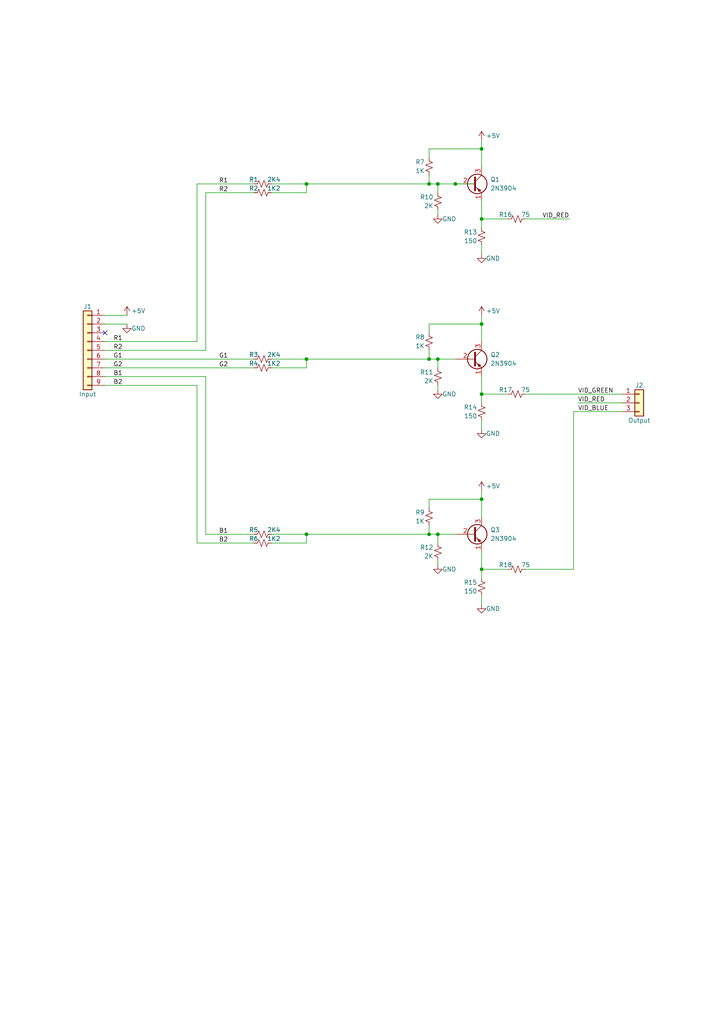
<source format=kicad_sch>
(kicad_sch (version 20230121) (generator eeschema)
  (paper "A4" portrait)
  (title_block (title "Color DAC remake for Thomson MO5") (date "2025-09-01") (rev "v1.1.0") (company "Sporniket") (comment 3 "https://github.com/sporniket/thomson-mo5--rgb-dac-replacement") (comment 4 "Original repository :"))
  (lib_symbols
    (symbol "Connector_Generic:Conn_01x03" (pin_names (offset 1.016) hide)
      (property "Reference" "J" (at 0 5.08 0))
      (property "Value" "Conn_01x03" (at 0 -5.08 0))
      (symbol "Conn_01x03_1_1"
        (rectangle (start -1.27 -2.413) (end 0 -2.667) (stroke (width 0.1524)))
        (rectangle (start -1.27 0.127) (end 0 -0.127) (stroke (width 0.1524)))
        (rectangle (start -1.27 2.667) (end 0 2.413) (stroke (width 0.1524)))
        (rectangle (start -1.27 3.81) (end 1.27 -3.81) (stroke (width 0.254)) (fill (type background)))
        (pin passive line (at -5.08 2.54 0) (length 3.81) (name "Pin_1") (number "1"))
        (pin passive line (at -5.08 0 0) (length 3.81) (name "Pin_2") (number "2"))
        (pin passive line (at -5.08 -2.54 0) (length 3.81) (name "Pin_3") (number "3"))
      )
    )
    (symbol "Connector_Generic:Conn_01x09" (pin_names (offset 1.016) hide)
      (property "Reference" "J" (at 0 12.7 0))
      (property "Value" "Conn_01x09" (at 0 -12.7 0))
      (symbol "Conn_01x09_1_1"
        (rectangle (start -1.27 -10.033) (end 0 -10.287) (stroke (width 0.1524)))
        (rectangle (start -1.27 -7.493) (end 0 -7.747) (stroke (width 0.1524)))
        (rectangle (start -1.27 -4.953) (end 0 -5.207) (stroke (width 0.1524)))
        (rectangle (start -1.27 -2.413) (end 0 -2.667) (stroke (width 0.1524)))
        (rectangle (start -1.27 0.127) (end 0 -0.127) (stroke (width 0.1524)))
        (rectangle (start -1.27 2.667) (end 0 2.413) (stroke (width 0.1524)))
        (rectangle (start -1.27 5.207) (end 0 4.953) (stroke (width 0.1524)))
        (rectangle (start -1.27 7.747) (end 0 7.493) (stroke (width 0.1524)))
        (rectangle (start -1.27 10.287) (end 0 10.033) (stroke (width 0.1524)))
        (rectangle (start -1.27 11.43) (end 1.27 -11.43) (stroke (width 0.254)) (fill (type background)))
        (pin passive line (at -5.08 10.16 0) (length 3.81) (name "Pin_1") (number "1"))
        (pin passive line (at -5.08 7.62 0) (length 3.81) (name "Pin_2") (number "2"))
        (pin passive line (at -5.08 5.08 0) (length 3.81) (name "Pin_3") (number "3"))
        (pin passive line (at -5.08 2.54 0) (length 3.81) (name "Pin_4") (number "4"))
        (pin passive line (at -5.08 0 0) (length 3.81) (name "Pin_5") (number "5"))
        (pin passive line (at -5.08 -2.54 0) (length 3.81) (name "Pin_6") (number "6"))
        (pin passive line (at -5.08 -5.08 0) (length 3.81) (name "Pin_7") (number "7"))
        (pin passive line (at -5.08 -7.62 0) (length 3.81) (name "Pin_8") (number "8"))
        (pin passive line (at -5.08 -10.16 0) (length 3.81) (name "Pin_9") (number "9"))
      )
    )
    (symbol "Device:Q_PNP_EBC" (pin_names (offset 0) hide)
      (property "Reference" "Q" (at 5.08 1.27 0))
      (property "Value" "Q_PNP_EBC" (at 5.08 -1.27 0))
      (symbol "Q_PNP_EBC_0_1"
        (polyline (pts (xy 0.635 0.635) (xy 2.54 2.54)))
        (polyline (pts (xy 0.635 -0.635) (xy 2.54 -2.54) (xy 2.54 -2.54)))
        (polyline (pts (xy 0.635 1.905) (xy 0.635 -1.905) (xy 0.635 -1.905)) (stroke (width 0.508)))
        (polyline (pts (xy 2.286 -1.778) (xy 1.778 -2.286) (xy 1.27 -1.27) (xy 2.286 -1.778) (xy 2.286 -1.778)) (fill (type outline)))
        (circle (center 1.27 0) (radius 2.8194) (stroke (width 0.254)))
      )
      (symbol "Q_PNP_EBC_1_1"
        (pin passive line (at 2.54 -5.08 90) (length 2.54) (name "E") (number "1"))
        (pin input line (at -5.08 0 0) (length 5.715) (name "B") (number "2"))
        (pin passive line (at 2.54 5.08 270) (length 2.54) (name "C") (number "3"))
      )
    )
    (symbol "Device:R_Small_US" (pin_numbers hide) (pin_names (offset 0.254) hide)
      (property "Reference" "R" (at 0.762 0.508 0))
      (property "Value" "R_Small_US" (at 0.762 -1.016 0))
      (symbol "R_Small_US_1_1"
        (polyline (pts (xy 0 0) (xy 1.016 -0.381) (xy 0 -0.762) (xy -1.016 -1.143) (xy 0 -1.524)))
        (polyline (pts (xy 0 1.524) (xy 1.016 1.143) (xy 0 0.762) (xy -1.016 0.381) (xy 0 0)))
        (pin passive line (at 0 2.54 270) (length 1.016) (name "~") (number "1"))
        (pin passive line (at 0 -2.54 90) (length 1.016) (name "~") (number "2"))
      )
    )
    (symbol "power:+5V" (power) (pin_names (offset 0))
      (property "Value" "+5V" (at 0 3.556 0))
      (symbol "+5V_0_1"
        (polyline (pts (xy -0.762 1.27) (xy 0 2.54)))
        (polyline (pts (xy 0 0) (xy 0 2.54)))
        (polyline (pts (xy 0 2.54) (xy 0.762 1.27)))
      )
      (symbol "+5V_1_1"
        (pin power_in line (at 0 0 90) (length 0) hide (name "+5V") (number "1"))
      )
    )
    (symbol "power:GND" (power) (pin_names (offset 0))
      (property "Value" "GND" (at 0 -3.81 0))
      (symbol "GND_0_1"
        (polyline (pts (xy 0 0) (xy 0 -1.27) (xy 1.27 -1.27) (xy 0 -2.54) (xy -1.27 -1.27) (xy 0 -1.27)))
      )
      (symbol "GND_1_1"
        (pin power_in line (at 0 0 270) (length 0) hide (name "GND") (number "1"))
      )
    )
  )
  (junction (at 88.9 104.14))
  (junction (at 124.46 104.14))
  (junction (at 132.08 53.34))
  (junction (at 88.9 154.94))
  (junction (at 139.7 165.1))
  (junction (at 139.7 114.3))
  (junction (at 127 104.14))
  (junction (at 127 53.34))
  (junction (at 139.7 93.98))
  (junction (at 139.7 63.5))
  (junction (at 124.46 154.94))
  (junction (at 139.7 43.18))
  (junction (at 127 154.94))
  (junction (at 88.9 53.34))
  (junction (at 139.7 144.78))
  (junction (at 124.46 53.34))
  (no_connect (at 30.48 96.52))
  (wire (pts (xy 78.74 104.14) (xy 88.9 104.14)))
  (wire (pts (xy 127 53.34) (xy 127 55.88)))
  (wire (pts (xy 78.74 53.34) (xy 88.9 53.34)))
  (wire (pts (xy 127 53.34) (xy 132.08 53.34)))
  (wire (pts (xy 139.7 144.78) (xy 139.7 149.86)))
  (wire (pts (xy 59.69 55.88) (xy 73.66 55.88)))
  (wire (pts (xy 30.48 99.06) (xy 57.15 99.06)))
  (wire (pts (xy 30.48 106.68) (xy 73.66 106.68)))
  (wire (pts (xy 139.7 63.5) (xy 139.7 66.04)))
  (wire (pts (xy 124.46 147.32) (xy 124.46 144.78)))
  (wire (pts (xy 30.48 93.98) (xy 36.83 93.98)))
  (wire (pts (xy 124.46 45.72) (xy 124.46 43.18)))
  (wire (pts (xy 139.7 43.18) (xy 139.7 48.26)))
  (wire (pts (xy 132.08 53.34) (xy 137.16 53.34)))
  (wire (pts (xy 139.7 40.64) (xy 139.7 43.18)))
  (wire (pts (xy 78.74 106.68) (xy 88.9 106.68)))
  (wire (pts (xy 127 154.94) (xy 132.08 154.94)))
  (wire (pts (xy 127 104.14) (xy 127 106.68)))
  (wire (pts (xy 59.69 154.94) (xy 59.69 109.22)))
  (wire (pts (xy 127 162.56) (xy 127 163.83)))
  (wire (pts (xy 78.74 55.88) (xy 88.9 55.88)))
  (wire (pts (xy 59.69 55.88) (xy 59.69 101.6)))
  (wire (pts (xy 88.9 154.94) (xy 88.9 157.48)))
  (wire (pts (xy 127 60.96) (xy 127 62.23)))
  (wire (pts (xy 124.46 43.18) (xy 139.7 43.18)))
  (wire (pts (xy 57.15 53.34) (xy 57.15 99.06)))
  (wire (pts (xy 139.7 121.92) (xy 139.7 124.46)))
  (wire (pts (xy 124.46 144.78) (xy 139.7 144.78)))
  (wire (pts (xy 139.7 165.1) (xy 147.32 165.1)))
  (wire (pts (xy 152.4 63.5) (xy 165.1 63.5)))
  (wire (pts (xy 124.46 104.14) (xy 127 104.14)))
  (wire (pts (xy 59.69 154.94) (xy 73.66 154.94)))
  (wire (pts (xy 139.7 109.22) (xy 139.7 114.3)))
  (wire (pts (xy 127 104.14) (xy 132.08 104.14)))
  (wire (pts (xy 57.15 157.48) (xy 57.15 111.76)))
  (wire (pts (xy 127 111.76) (xy 127 113.03)))
  (wire (pts (xy 139.7 160.02) (xy 139.7 165.1)))
  (wire (pts (xy 167.64 116.84) (xy 180.34 116.84)))
  (wire (pts (xy 124.46 50.8) (xy 124.46 53.34)))
  (wire (pts (xy 124.46 53.34) (xy 127 53.34)))
  (wire (pts (xy 139.7 71.12) (xy 139.7 73.66)))
  (wire (pts (xy 88.9 104.14) (xy 124.46 104.14)))
  (wire (pts (xy 139.7 114.3) (xy 147.32 114.3)))
  (wire (pts (xy 124.46 154.94) (xy 127 154.94)))
  (wire (pts (xy 78.74 154.94) (xy 88.9 154.94)))
  (wire (pts (xy 30.48 109.22) (xy 59.69 109.22)))
  (wire (pts (xy 124.46 93.98) (xy 139.7 93.98)))
  (wire (pts (xy 139.7 114.3) (xy 139.7 116.84)))
  (wire (pts (xy 30.48 104.14) (xy 73.66 104.14)))
  (wire (pts (xy 166.37 119.38) (xy 180.34 119.38)))
  (wire (pts (xy 139.7 172.72) (xy 139.7 175.26)))
  (wire (pts (xy 78.74 157.48) (xy 88.9 157.48)))
  (wire (pts (xy 152.4 114.3) (xy 180.34 114.3)))
  (wire (pts (xy 57.15 157.48) (xy 73.66 157.48)))
  (wire (pts (xy 57.15 53.34) (xy 73.66 53.34)))
  (wire (pts (xy 139.7 165.1) (xy 139.7 167.64)))
  (wire (pts (xy 88.9 106.68) (xy 88.9 104.14)))
  (wire (pts (xy 30.48 111.76) (xy 57.15 111.76)))
  (wire (pts (xy 88.9 55.88) (xy 88.9 53.34)))
  (wire (pts (xy 139.7 93.98) (xy 139.7 99.06)))
  (wire (pts (xy 166.37 165.1) (xy 166.37 119.38)))
  (wire (pts (xy 127 154.94) (xy 127 157.48)))
  (wire (pts (xy 88.9 53.34) (xy 124.46 53.34)))
  (wire (pts (xy 30.48 101.6) (xy 59.69 101.6)))
  (wire (pts (xy 88.9 154.94) (xy 124.46 154.94)))
  (wire (pts (xy 139.7 58.42) (xy 139.7 63.5)))
  (wire (pts (xy 139.7 91.44) (xy 139.7 93.98)))
  (wire (pts (xy 124.46 101.6) (xy 124.46 104.14)))
  (wire (pts (xy 124.46 96.52) (xy 124.46 93.98)))
  (wire (pts (xy 30.48 91.44) (xy 36.83 91.44)))
  (wire (pts (xy 124.46 152.4) (xy 124.46 154.94)))
  (wire (pts (xy 152.4 165.1) (xy 166.37 165.1)))
  (wire (pts (xy 139.7 142.24) (xy 139.7 144.78)))
  (wire (pts (xy 139.7 63.5) (xy 147.32 63.5)))
  (label "G2" (at 35.56 106.68 180))
  (label "B2" (at 63.5 157.48 0))
  (label "R1" (at 35.56 99.06 180))
  (label "VID_GREEN" (at 167.64 114.3 0))
  (label "VID_RED" (at 167.64 116.84 0))
  (label "VID_RED" (at 165.1 63.5 180))
  (label "B1" (at 35.56 109.22 180))
  (label "R2" (at 35.56 101.6 180))
  (label "G1" (at 63.5 104.14 0))
  (label "B2" (at 35.56 111.76 180))
  (label "R2" (at 63.5 55.88 0))
  (label "VID_BLUE" (at 167.64 119.38 0))
  (label "B1" (at 63.5 154.94 0))
  (label "R1" (at 63.5 53.34 0))
  (label "G2" (at 63.5 106.68 0))
  (label "G1" (at 35.56 104.14 180))
  (symbol (lib_id "Device:Q_PNP_EBC") (at 137.16 53.34 0) (unit 1)
    (property "Reference" "Q1" (at 142.24 52.07 0) (effects (justify left)))
    (property "Value" "2N3904" (at 142.24 54.61 0) (effects (justify left)))
    (property "Footprint" "Package_TO_SOT_THT:TO-92_Inline_Wide" (effects hide))
  )
  (symbol (lib_id "Device:R_Small_US") (at 149.86 114.3 90) (unit 1)
    (property "Reference" "R17" (at 148.59 113.03 90) (effects (justify left)))
    (property "Value" "75" (at 151.13 113.03 90) (effects (justify right)))
    (property "Footprint" "commons-passives_THT:Passive_THT_resistor_W2.54mm_L12.70mm" (effects hide))
  )
  (symbol (lib_id "power:+5V") (at 139.7 142.24 0) (unit 1)
    (property "Reference" "#PWR010" (effects hide))
    (property "Value" "+5V" (at 140.97 140.97 0) (effects (justify left)))
  )
  (symbol (lib_id "Device:R_Small_US") (at 139.7 119.38 180) (unit 1)
    (property "Reference" "R14" (at 138.43 118.11 0) (effects (justify left)))
    (property "Value" "150" (at 138.43 120.65 0) (effects (justify left)))
    (property "Footprint" "commons-passives_THT:Passive_THT_resistor_W2.54mm_L12.70mm" (effects hide))
  )
  (symbol (lib_id "power:GND") (at 127 62.23 0) (unit 1)
    (property "Reference" "#PWR03" (effects hide))
    (property "Value" "GND" (at 128.27 63.5 0) (effects (justify left)))
  )
  (symbol (lib_id "Device:Q_PNP_EBC") (at 137.16 154.94 0) (unit 1)
    (property "Reference" "Q3" (at 142.24 153.67 0) (effects (justify left)))
    (property "Value" "2N3904" (at 142.24 156.21 0) (effects (justify left)))
    (property "Footprint" "Package_TO_SOT_THT:TO-92_Inline_Wide" (effects hide))
  )
  (symbol (lib_id "Device:R_Small_US") (at 124.46 99.06 180) (unit 1)
    (property "Reference" "R8" (at 123.19 97.79 0) (effects (justify left)))
    (property "Value" "1K" (at 123.19 100.33 0) (effects (justify left)))
    (property "Footprint" "commons-passives_THT:Passive_THT_resistor_W2.54mm_L12.70mm" (effects hide))
  )
  (symbol (lib_id "power:+5V") (at 139.7 40.64 0) (unit 1)
    (property "Reference" "#PWR06" (effects hide))
    (property "Value" "+5V" (at 140.97 39.37 0) (effects (justify left)))
  )
  (symbol (lib_id "Device:R_Small_US") (at 124.46 48.26 180) (unit 1)
    (property "Reference" "R7" (at 123.19 46.99 0) (effects (justify left)))
    (property "Value" "1K" (at 123.19 49.53 0) (effects (justify left)))
    (property "Footprint" "commons-passives_THT:Passive_THT_resistor_W2.54mm_L12.70mm" (effects hide))
  )
  (symbol (lib_id "Device:R_Small_US") (at 124.46 149.86 180) (unit 1)
    (property "Reference" "R9" (at 123.19 148.59 0) (effects (justify left)))
    (property "Value" "1K" (at 123.19 151.13 0) (effects (justify left)))
    (property "Footprint" "commons-passives_THT:Passive_THT_resistor_W2.54mm_L12.70mm" (effects hide))
  )
  (symbol (lib_id "Device:R_Small_US") (at 127 58.42 180) (unit 1)
    (property "Reference" "R10" (at 125.73 57.15 0) (effects (justify left)))
    (property "Value" "2K" (at 125.73 59.69 0) (effects (justify left)))
    (property "Footprint" "commons-passives_THT:Passive_THT_resistor_W2.54mm_L12.70mm" (effects hide))
  )
  (symbol (lib_id "Device:R_Small_US") (at 149.86 165.1 90) (unit 1)
    (property "Reference" "R18" (at 148.59 163.83 90) (effects (justify left)))
    (property "Value" "75" (at 151.13 163.83 90) (effects (justify right)))
    (property "Footprint" "commons-passives_THT:Passive_THT_resistor_W2.54mm_L12.70mm" (effects hide))
  )
  (symbol (lib_id "Connector_Generic:Conn_01x09") (at 25.4 101.6 0) (mirror y) (unit 1)
    (property "Reference" "J1" (at 25.4 88.9 0))
    (property "Value" "Input" (at 25.4 114.3 0))
    (property "Footprint" "Connector_PinHeader_2.54mm:PinHeader_1x09_P2.54mm_Vertical" (effects hide))
  )
  (symbol (lib_id "power:GND") (at 139.7 175.26 0) (unit 1)
    (property "Reference" "#PWR011" (effects hide))
    (property "Value" "GND" (at 140.97 176.53 0) (effects (justify left)))
  )
  (symbol (lib_id "Device:R_Small_US") (at 127 160.02 180) (unit 1)
    (property "Reference" "R12" (at 125.73 158.75 0) (effects (justify left)))
    (property "Value" "2K" (at 125.73 161.29 0) (effects (justify left)))
    (property "Footprint" "commons-passives_THT:Passive_THT_resistor_W2.54mm_L12.70mm" (effects hide))
  )
  (symbol (lib_id "Device:R_Small_US") (at 149.86 63.5 90) (unit 1)
    (property "Reference" "R16" (at 148.59 62.23 90) (effects (justify left)))
    (property "Value" "75" (at 151.13 62.23 90) (effects (justify right)))
    (property "Footprint" "commons-passives_THT:Passive_THT_resistor_W2.54mm_L12.70mm" (effects hide))
  )
  (symbol (lib_id "power:+5V") (at 139.7 91.44 0) (unit 1)
    (property "Reference" "#PWR08" (effects hide))
    (property "Value" "+5V" (at 140.97 90.17 0) (effects (justify left)))
  )
  (symbol (lib_id "Device:Q_PNP_EBC") (at 137.16 104.14 0) (unit 1)
    (property "Reference" "Q2" (at 142.24 102.87 0) (effects (justify left)))
    (property "Value" "2N3904" (at 142.24 105.41 0) (effects (justify left)))
    (property "Footprint" "Package_TO_SOT_THT:TO-92_Inline_Wide" (effects hide))
  )
  (symbol (lib_id "power:GND") (at 127 163.83 0) (unit 1)
    (property "Reference" "#PWR05" (effects hide))
    (property "Value" "GND" (at 128.27 165.1 0) (effects (justify left)))
  )
  (symbol (lib_id "Device:R_Small_US") (at 76.2 154.94 90) (unit 1)
    (property "Reference" "R5" (at 74.93 153.67 90) (effects (justify left)))
    (property "Value" "2K4" (at 77.47 153.67 90) (effects (justify right)))
    (property "Footprint" "commons-passives_THT:Passive_THT_resistor_W2.54mm_L12.70mm" (effects hide))
  )
  (symbol (lib_id "Connector_Generic:Conn_01x03") (at 185.42 116.84 0) (unit 1)
    (property "Reference" "J2" (at 185.42 111.76 0))
    (property "Value" "Output" (at 185.42 121.92 0))
    (property "Footprint" "Connector_PinHeader_2.54mm:PinHeader_1x03_P2.54mm_Vertical" (effects hide))
  )
  (symbol (lib_id "power:+5V") (at 36.83 91.44 0) (unit 1)
    (property "Reference" "#PWR01" (effects hide))
    (property "Value" "+5V" (at 38.1 90.17 0) (effects (justify left)))
  )
  (symbol (lib_id "Device:R_Small_US") (at 76.2 104.14 90) (unit 1)
    (property "Reference" "R3" (at 74.93 102.87 90) (effects (justify left)))
    (property "Value" "2K4" (at 77.47 102.87 90) (effects (justify right)))
    (property "Footprint" "commons-passives_THT:Passive_THT_resistor_W2.54mm_L12.70mm" (effects hide))
  )
  (symbol (lib_id "Device:R_Small_US") (at 127 109.22 180) (unit 1)
    (property "Reference" "R11" (at 125.73 107.95 0) (effects (justify left)))
    (property "Value" "2K" (at 125.73 110.49 0) (effects (justify left)))
    (property "Footprint" "commons-passives_THT:Passive_THT_resistor_W2.54mm_L12.70mm" (effects hide))
  )
  (symbol (lib_id "power:GND") (at 139.7 73.66 0) (unit 1)
    (property "Reference" "#PWR07" (effects hide))
    (property "Value" "GND" (at 140.97 74.93 0) (effects (justify left)))
  )
  (symbol (lib_id "Device:R_Small_US") (at 139.7 170.18 180) (unit 1)
    (property "Reference" "R15" (at 138.43 168.91 0) (effects (justify left)))
    (property "Value" "150" (at 138.43 171.45 0) (effects (justify left)))
    (property "Footprint" "commons-passives_THT:Passive_THT_resistor_W2.54mm_L12.70mm" (effects hide))
  )
  (symbol (lib_id "Device:R_Small_US") (at 76.2 53.34 90) (unit 1)
    (property "Reference" "R1" (at 74.93 52.07 90) (effects (justify left)))
    (property "Value" "2K4" (at 77.47 52.07 90) (effects (justify right)))
    (property "Footprint" "commons-passives_THT:Passive_THT_resistor_W2.54mm_L12.70mm" (effects hide))
  )
  (symbol (lib_id "Device:R_Small_US") (at 76.2 55.88 90) (unit 1)
    (property "Reference" "R2" (at 74.93 54.61 90) (effects (justify left)))
    (property "Value" "1K2" (at 77.47 54.61 90) (effects (justify right)))
    (property "Footprint" "commons-passives_THT:Passive_THT_resistor_W2.54mm_L12.70mm" (effects hide))
  )
  (symbol (lib_id "Device:R_Small_US") (at 139.7 68.58 180) (unit 1)
    (property "Reference" "R13" (at 138.43 67.31 0) (effects (justify left)))
    (property "Value" "150" (at 138.43 69.85 0) (effects (justify left)))
    (property "Footprint" "commons-passives_THT:Passive_THT_resistor_W2.54mm_L12.70mm" (effects hide))
  )
  (symbol (lib_id "Device:R_Small_US") (at 76.2 106.68 90) (unit 1)
    (property "Reference" "R4" (at 74.93 105.41 90) (effects (justify left)))
    (property "Value" "1K2" (at 77.47 105.41 90) (effects (justify right)))
    (property "Footprint" "commons-passives_THT:Passive_THT_resistor_W2.54mm_L12.70mm" (effects hide))
  )
  (symbol (lib_id "power:GND") (at 127 113.03 0) (unit 1)
    (property "Reference" "#PWR04" (effects hide))
    (property "Value" "GND" (at 128.27 114.3 0) (effects (justify left)))
  )
  (symbol (lib_id "power:GND") (at 36.83 93.98 0) (unit 1)
    (property "Reference" "#PWR02" (effects hide))
    (property "Value" "GND" (at 38.1 95.25 0) (effects (justify left)))
  )
  (symbol (lib_id "Device:R_Small_US") (at 76.2 157.48 90) (unit 1)
    (property "Reference" "R6" (at 74.93 156.21 90) (effects (justify left)))
    (property "Value" "1K2" (at 77.47 156.21 90) (effects (justify right)))
    (property "Footprint" "commons-passives_THT:Passive_THT_resistor_W2.54mm_L12.70mm" (effects hide))
  )
  (symbol (lib_id "power:GND") (at 139.7 124.46 0) (unit 1)
    (property "Reference" "#PWR09" (effects hide))
    (property "Value" "GND" (at 140.97 125.73 0) (effects (justify left)))
  )
)
</source>
